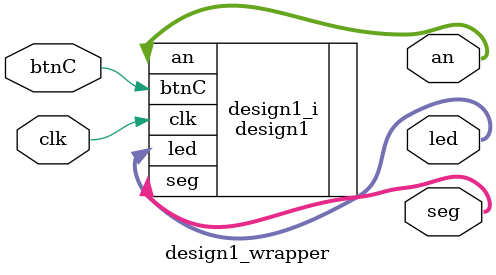
<source format=v>
`timescale 1 ps / 1 ps

module design1_wrapper
   (an,
    btnC,
    clk,
    led,
    seg);
  output [7:0]an;
  input btnC;
  input clk;
  output [3:0]led;
  output [6:0]seg;

  wire [7:0]an;
  wire btnC;
  wire clk;
  wire [3:0]led;
  wire [6:0]seg;

  design1 design1_i
       (.an(an),
        .btnC(btnC),
        .clk(clk),
        .led(led),
        .seg(seg));
endmodule

</source>
